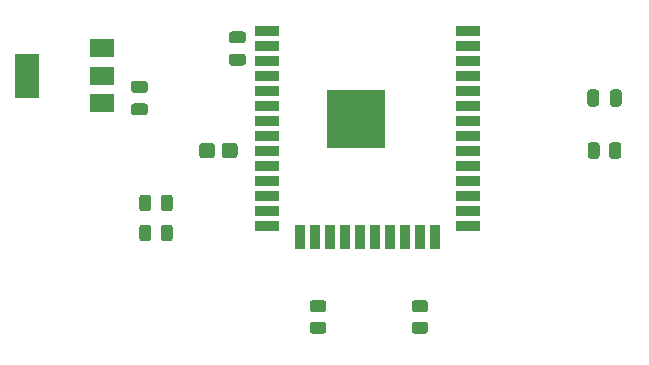
<source format=gtp>
G04 #@! TF.GenerationSoftware,KiCad,Pcbnew,(5.1.10)-1*
G04 #@! TF.CreationDate,2022-07-23T11:38:32-04:00*
G04 #@! TF.ProjectId,Hardware,48617264-7761-4726-952e-6b696361645f,rev?*
G04 #@! TF.SameCoordinates,Original*
G04 #@! TF.FileFunction,Paste,Top*
G04 #@! TF.FilePolarity,Positive*
%FSLAX46Y46*%
G04 Gerber Fmt 4.6, Leading zero omitted, Abs format (unit mm)*
G04 Created by KiCad (PCBNEW (5.1.10)-1) date 2022-07-23 11:38:32*
%MOMM*%
%LPD*%
G01*
G04 APERTURE LIST*
%ADD10R,2.000000X1.500000*%
%ADD11R,2.000000X3.800000*%
%ADD12R,2.000000X0.900000*%
%ADD13R,0.900000X2.000000*%
%ADD14R,5.000000X5.000000*%
G04 APERTURE END LIST*
D10*
G04 #@! TO.C,U2*
X88875000Y-103265000D03*
X88875000Y-98665000D03*
X88875000Y-100965000D03*
D11*
X82575000Y-100965000D03*
G04 #@! TD*
G04 #@! TO.C,C3*
G36*
G01*
X91600000Y-103320000D02*
X92550000Y-103320000D01*
G75*
G02*
X92800000Y-103570000I0J-250000D01*
G01*
X92800000Y-104070000D01*
G75*
G02*
X92550000Y-104320000I-250000J0D01*
G01*
X91600000Y-104320000D01*
G75*
G02*
X91350000Y-104070000I0J250000D01*
G01*
X91350000Y-103570000D01*
G75*
G02*
X91600000Y-103320000I250000J0D01*
G01*
G37*
G36*
G01*
X91600000Y-101420000D02*
X92550000Y-101420000D01*
G75*
G02*
X92800000Y-101670000I0J-250000D01*
G01*
X92800000Y-102170000D01*
G75*
G02*
X92550000Y-102420000I-250000J0D01*
G01*
X91600000Y-102420000D01*
G75*
G02*
X91350000Y-102170000I0J250000D01*
G01*
X91350000Y-101670000D01*
G75*
G02*
X91600000Y-101420000I250000J0D01*
G01*
G37*
G04 #@! TD*
G04 #@! TO.C,R4*
G36*
G01*
X107638002Y-121012000D02*
X106737998Y-121012000D01*
G75*
G02*
X106488000Y-120762002I0J249998D01*
G01*
X106488000Y-120236998D01*
G75*
G02*
X106737998Y-119987000I249998J0D01*
G01*
X107638002Y-119987000D01*
G75*
G02*
X107888000Y-120236998I0J-249998D01*
G01*
X107888000Y-120762002D01*
G75*
G02*
X107638002Y-121012000I-249998J0D01*
G01*
G37*
G36*
G01*
X107638002Y-122837000D02*
X106737998Y-122837000D01*
G75*
G02*
X106488000Y-122587002I0J249998D01*
G01*
X106488000Y-122061998D01*
G75*
G02*
X106737998Y-121812000I249998J0D01*
G01*
X107638002Y-121812000D01*
G75*
G02*
X107888000Y-122061998I0J-249998D01*
G01*
X107888000Y-122587002D01*
G75*
G02*
X107638002Y-122837000I-249998J0D01*
G01*
G37*
G04 #@! TD*
G04 #@! TO.C,R3*
G36*
G01*
X93872000Y-114750002D02*
X93872000Y-113849998D01*
G75*
G02*
X94121998Y-113600000I249998J0D01*
G01*
X94647002Y-113600000D01*
G75*
G02*
X94897000Y-113849998I0J-249998D01*
G01*
X94897000Y-114750002D01*
G75*
G02*
X94647002Y-115000000I-249998J0D01*
G01*
X94121998Y-115000000D01*
G75*
G02*
X93872000Y-114750002I0J249998D01*
G01*
G37*
G36*
G01*
X92047000Y-114750002D02*
X92047000Y-113849998D01*
G75*
G02*
X92296998Y-113600000I249998J0D01*
G01*
X92822002Y-113600000D01*
G75*
G02*
X93072000Y-113849998I0J-249998D01*
G01*
X93072000Y-114750002D01*
G75*
G02*
X92822002Y-115000000I-249998J0D01*
G01*
X92296998Y-115000000D01*
G75*
G02*
X92047000Y-114750002I0J249998D01*
G01*
G37*
G04 #@! TD*
G04 #@! TO.C,R2*
G36*
G01*
X93872000Y-112210002D02*
X93872000Y-111309998D01*
G75*
G02*
X94121998Y-111060000I249998J0D01*
G01*
X94647002Y-111060000D01*
G75*
G02*
X94897000Y-111309998I0J-249998D01*
G01*
X94897000Y-112210002D01*
G75*
G02*
X94647002Y-112460000I-249998J0D01*
G01*
X94121998Y-112460000D01*
G75*
G02*
X93872000Y-112210002I0J249998D01*
G01*
G37*
G36*
G01*
X92047000Y-112210002D02*
X92047000Y-111309998D01*
G75*
G02*
X92296998Y-111060000I249998J0D01*
G01*
X92822002Y-111060000D01*
G75*
G02*
X93072000Y-111309998I0J-249998D01*
G01*
X93072000Y-112210002D01*
G75*
G02*
X92822002Y-112460000I-249998J0D01*
G01*
X92296998Y-112460000D01*
G75*
G02*
X92047000Y-112210002I0J249998D01*
G01*
G37*
G04 #@! TD*
G04 #@! TO.C,C2*
G36*
G01*
X100843668Y-98229000D02*
X99893668Y-98229000D01*
G75*
G02*
X99643668Y-97979000I0J250000D01*
G01*
X99643668Y-97479000D01*
G75*
G02*
X99893668Y-97229000I250000J0D01*
G01*
X100843668Y-97229000D01*
G75*
G02*
X101093668Y-97479000I0J-250000D01*
G01*
X101093668Y-97979000D01*
G75*
G02*
X100843668Y-98229000I-250000J0D01*
G01*
G37*
G36*
G01*
X100843668Y-100129000D02*
X99893668Y-100129000D01*
G75*
G02*
X99643668Y-99879000I0J250000D01*
G01*
X99643668Y-99379000D01*
G75*
G02*
X99893668Y-99129000I250000J0D01*
G01*
X100843668Y-99129000D01*
G75*
G02*
X101093668Y-99379000I0J-250000D01*
G01*
X101093668Y-99879000D01*
G75*
G02*
X100843668Y-100129000I-250000J0D01*
G01*
G37*
G04 #@! TD*
G04 #@! TO.C,R1*
G36*
G01*
X131045000Y-106864998D02*
X131045000Y-107765002D01*
G75*
G02*
X130795002Y-108015000I-249998J0D01*
G01*
X130269998Y-108015000D01*
G75*
G02*
X130020000Y-107765002I0J249998D01*
G01*
X130020000Y-106864998D01*
G75*
G02*
X130269998Y-106615000I249998J0D01*
G01*
X130795002Y-106615000D01*
G75*
G02*
X131045000Y-106864998I0J-249998D01*
G01*
G37*
G36*
G01*
X132870000Y-106864998D02*
X132870000Y-107765002D01*
G75*
G02*
X132620002Y-108015000I-249998J0D01*
G01*
X132094998Y-108015000D01*
G75*
G02*
X131845000Y-107765002I0J249998D01*
G01*
X131845000Y-106864998D01*
G75*
G02*
X132094998Y-106615000I249998J0D01*
G01*
X132620002Y-106615000D01*
G75*
G02*
X132870000Y-106864998I0J-249998D01*
G01*
G37*
G04 #@! TD*
G04 #@! TO.C,C1*
G36*
G01*
X129995000Y-103345000D02*
X129995000Y-102395000D01*
G75*
G02*
X130245000Y-102145000I250000J0D01*
G01*
X130745000Y-102145000D01*
G75*
G02*
X130995000Y-102395000I0J-250000D01*
G01*
X130995000Y-103345000D01*
G75*
G02*
X130745000Y-103595000I-250000J0D01*
G01*
X130245000Y-103595000D01*
G75*
G02*
X129995000Y-103345000I0J250000D01*
G01*
G37*
G36*
G01*
X131895000Y-103345000D02*
X131895000Y-102395000D01*
G75*
G02*
X132145000Y-102145000I250000J0D01*
G01*
X132645000Y-102145000D01*
G75*
G02*
X132895000Y-102395000I0J-250000D01*
G01*
X132895000Y-103345000D01*
G75*
G02*
X132645000Y-103595000I-250000J0D01*
G01*
X132145000Y-103595000D01*
G75*
G02*
X131895000Y-103345000I0J250000D01*
G01*
G37*
G04 #@! TD*
G04 #@! TO.C,D1*
G36*
G01*
X99052500Y-107715001D02*
X99052500Y-106914999D01*
G75*
G02*
X99302499Y-106665000I249999J0D01*
G01*
X100127501Y-106665000D01*
G75*
G02*
X100377500Y-106914999I0J-249999D01*
G01*
X100377500Y-107715001D01*
G75*
G02*
X100127501Y-107965000I-249999J0D01*
G01*
X99302499Y-107965000D01*
G75*
G02*
X99052500Y-107715001I0J249999D01*
G01*
G37*
G36*
G01*
X97127500Y-107715001D02*
X97127500Y-106914999D01*
G75*
G02*
X97377499Y-106665000I249999J0D01*
G01*
X98202501Y-106665000D01*
G75*
G02*
X98452500Y-106914999I0J-249999D01*
G01*
X98452500Y-107715001D01*
G75*
G02*
X98202501Y-107965000I-249999J0D01*
G01*
X97377499Y-107965000D01*
G75*
G02*
X97127500Y-107715001I0J249999D01*
G01*
G37*
G04 #@! TD*
G04 #@! TO.C,R5*
G36*
G01*
X116265002Y-121012000D02*
X115364998Y-121012000D01*
G75*
G02*
X115115000Y-120762002I0J249998D01*
G01*
X115115000Y-120236998D01*
G75*
G02*
X115364998Y-119987000I249998J0D01*
G01*
X116265002Y-119987000D01*
G75*
G02*
X116515000Y-120236998I0J-249998D01*
G01*
X116515000Y-120762002D01*
G75*
G02*
X116265002Y-121012000I-249998J0D01*
G01*
G37*
G36*
G01*
X116265002Y-122837000D02*
X115364998Y-122837000D01*
G75*
G02*
X115115000Y-122587002I0J249998D01*
G01*
X115115000Y-122061998D01*
G75*
G02*
X115364998Y-121812000I249998J0D01*
G01*
X116265002Y-121812000D01*
G75*
G02*
X116515000Y-122061998I0J-249998D01*
G01*
X116515000Y-122587002D01*
G75*
G02*
X116265002Y-122837000I-249998J0D01*
G01*
G37*
G04 #@! TD*
D12*
G04 #@! TO.C,U1*
X119870000Y-97155000D03*
X119870000Y-98425000D03*
X119870000Y-99695000D03*
X119870000Y-100965000D03*
X119870000Y-102235000D03*
X119870000Y-103505000D03*
X119870000Y-104775000D03*
X119870000Y-106045000D03*
X119870000Y-107315000D03*
X119870000Y-108585000D03*
X119870000Y-109855000D03*
X119870000Y-111125000D03*
X119870000Y-112395000D03*
X119870000Y-113665000D03*
D13*
X117085000Y-114665000D03*
X115815000Y-114665000D03*
X114545000Y-114665000D03*
X113275000Y-114665000D03*
X112005000Y-114665000D03*
X110735000Y-114665000D03*
X109465000Y-114665000D03*
X108195000Y-114665000D03*
X106925000Y-114665000D03*
X105655000Y-114665000D03*
D12*
X102870000Y-113665000D03*
X102870000Y-112395000D03*
X102870000Y-111125000D03*
X102870000Y-109855000D03*
X102870000Y-108585000D03*
X102870000Y-107315000D03*
X102870000Y-106045000D03*
X102870000Y-104775000D03*
X102870000Y-103505000D03*
X102870000Y-102235000D03*
X102870000Y-100965000D03*
X102870000Y-99695000D03*
X102870000Y-98425000D03*
X102870000Y-97155000D03*
D14*
X110370000Y-104655000D03*
G04 #@! TD*
M02*

</source>
